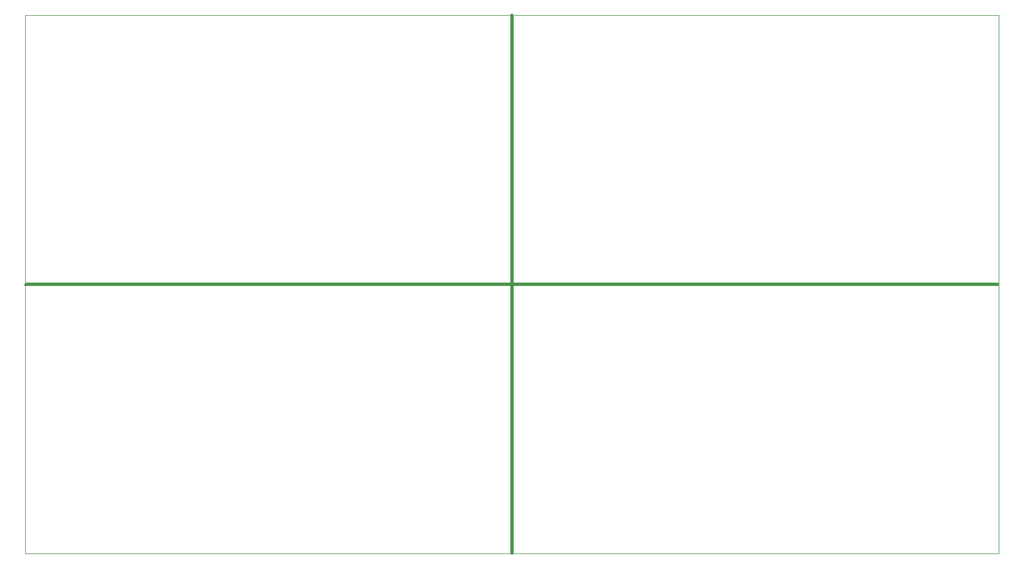
<source format=gbr>
%TF.GenerationSoftware,Altium Limited,Altium Designer,23.1.1 (15)*%
G04 Layer_Color=0*
%FSLAX45Y45*%
%MOMM*%
%TF.SameCoordinates,4CCFFED5-D059-4900-A68D-9618ACEA1AB5*%
%TF.FilePolarity,Positive*%
%TF.FileFunction,Profile,NP*%
%TF.Part,CustomerPanel*%
G01*
G75*
%TA.AperFunction,Profile*%
%ADD67C,0.02540*%
G36*
X10071062Y4064000D02*
Y4058940D01*
X10074934Y4049590D01*
X10082090Y4042434D01*
X10091440Y4038562D01*
X10101560D01*
X10110909Y4042434D01*
X10118065Y4049590D01*
X10121938Y4058940D01*
Y4064000D01*
D01*
Y8115300D01*
Y8120360D01*
X10118065Y8129709D01*
X10110909Y8136865D01*
X10101560Y8140738D01*
X10091440D01*
X10082090Y8136865D01*
X10074934Y8129709D01*
X10071062Y8120360D01*
Y8115300D01*
D01*
Y4064000D01*
D02*
G37*
G36*
Y8115300D02*
Y8110240D01*
X10074934Y8100890D01*
X10082090Y8093734D01*
X10091440Y8089862D01*
X10101560D01*
X10110909Y8093734D01*
X10118065Y8100890D01*
X10121938Y8110240D01*
Y8115300D01*
D01*
Y12179300D01*
Y12184360D01*
X10118065Y12193709D01*
X10110909Y12200865D01*
X10101560Y12204738D01*
X10091440D01*
X10082090Y12200865D01*
X10074934Y12193709D01*
X10071062Y12184360D01*
Y12179300D01*
D01*
Y8115300D01*
D02*
G37*
G36*
X2768600Y8089862D02*
X2763540D01*
X2754190Y8093734D01*
X2747034Y8100890D01*
X2743162Y8110240D01*
Y8120360D01*
X2747034Y8129709D01*
X2754190Y8136865D01*
X2763540Y8140738D01*
X2768600D01*
D01*
X10096500D01*
X10101560D01*
X10110909Y8136865D01*
X10118065Y8129709D01*
X10121938Y8120360D01*
Y8115300D01*
Y8110240D01*
X10118065Y8100890D01*
X10110909Y8093734D01*
X10101560Y8089862D01*
X10096500D01*
D01*
X2768600D01*
D02*
G37*
G36*
X10096500D02*
X10091440D01*
X10082090Y8093734D01*
X10074934Y8100890D01*
X10071062Y8110240D01*
Y8120360D01*
X10074934Y8129709D01*
X10082090Y8136865D01*
X10091440Y8140738D01*
X10096500D01*
D01*
X17424400D01*
X17429460D01*
X17438809Y8136865D01*
X17445966Y8129709D01*
X17449838Y8120360D01*
Y8115300D01*
Y8110240D01*
X17445966Y8100890D01*
X17438809Y8093734D01*
X17429460Y8089862D01*
X17424400D01*
D01*
X10096500D01*
D02*
G37*
D67*
X2755900Y4051300D02*
Y12179300D01*
X17437100D01*
Y4051300D01*
X2755900D01*
%TF.MD5,b08e9eeb6bd6eb42a97611eab889335a*%
M02*

</source>
